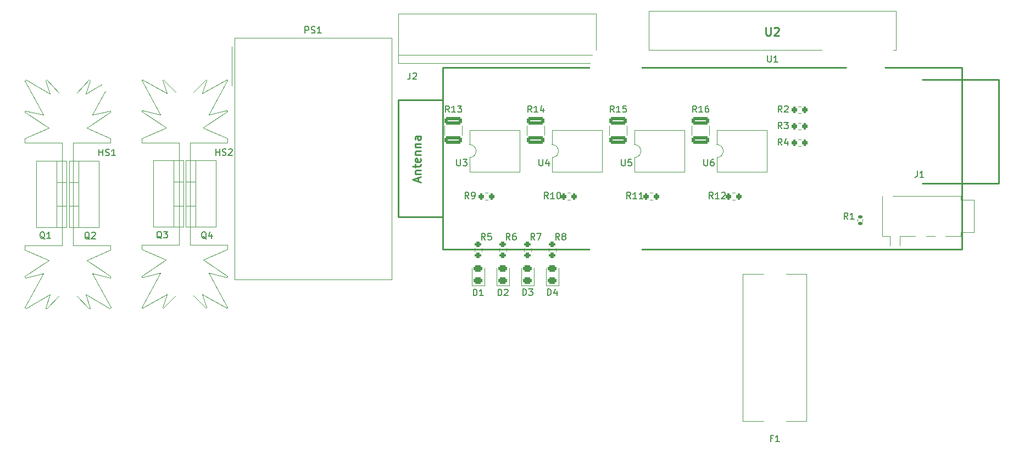
<source format=gbr>
%TF.GenerationSoftware,KiCad,Pcbnew,(7.0.0)*%
%TF.CreationDate,2024-03-10T18:27:09+01:00*%
%TF.ProjectId,bed-smart-plug,6265642d-736d-4617-9274-2d706c75672e,rev?*%
%TF.SameCoordinates,Original*%
%TF.FileFunction,Legend,Top*%
%TF.FilePolarity,Positive*%
%FSLAX46Y46*%
G04 Gerber Fmt 4.6, Leading zero omitted, Abs format (unit mm)*
G04 Created by KiCad (PCBNEW (7.0.0)) date 2024-03-10 18:27:09*
%MOMM*%
%LPD*%
G01*
G04 APERTURE LIST*
G04 Aperture macros list*
%AMRoundRect*
0 Rectangle with rounded corners*
0 $1 Rounding radius*
0 $2 $3 $4 $5 $6 $7 $8 $9 X,Y pos of 4 corners*
0 Add a 4 corners polygon primitive as box body*
4,1,4,$2,$3,$4,$5,$6,$7,$8,$9,$2,$3,0*
0 Add four circle primitives for the rounded corners*
1,1,$1+$1,$2,$3*
1,1,$1+$1,$4,$5*
1,1,$1+$1,$6,$7*
1,1,$1+$1,$8,$9*
0 Add four rect primitives between the rounded corners*
20,1,$1+$1,$2,$3,$4,$5,0*
20,1,$1+$1,$4,$5,$6,$7,0*
20,1,$1+$1,$6,$7,$8,$9,0*
20,1,$1+$1,$8,$9,$2,$3,0*%
G04 Aperture macros list end*
%ADD10C,0.150000*%
%ADD11C,0.254000*%
%ADD12C,0.120000*%
%ADD13C,0.100000*%
%ADD14RoundRect,0.243750X0.456250X-0.243750X0.456250X0.243750X-0.456250X0.243750X-0.456250X-0.243750X0*%
%ADD15R,3.000000X3.000000*%
%ADD16C,3.000000*%
%ADD17RoundRect,0.250000X1.075000X-0.312500X1.075000X0.312500X-1.075000X0.312500X-1.075000X-0.312500X0*%
%ADD18C,6.400000*%
%ADD19RoundRect,0.200000X-0.200000X-0.275000X0.200000X-0.275000X0.200000X0.275000X-0.200000X0.275000X0*%
%ADD20R,1.778000X1.778000*%
%ADD21C,1.778000*%
%ADD22C,1.500000*%
%ADD23R,1.200000X2.500000*%
%ADD24R,1.780000X2.000000*%
%ADD25R,2.000000X1.905000*%
%ADD26O,2.000000X1.905000*%
%ADD27R,2.300000X2.000000*%
%ADD28C,2.300000*%
%ADD29C,6.000000*%
%ADD30C,8.000000*%
%ADD31RoundRect,0.135000X0.185000X-0.135000X0.185000X0.135000X-0.185000X0.135000X-0.185000X-0.135000X0*%
%ADD32RoundRect,0.200000X-0.275000X0.200000X-0.275000X-0.200000X0.275000X-0.200000X0.275000X0.200000X0*%
%ADD33C,2.700000*%
G04 APERTURE END LIST*
D10*
%TO.C,D4*%
X160231905Y-95137380D02*
X160231905Y-94137380D01*
X160231905Y-94137380D02*
X160470000Y-94137380D01*
X160470000Y-94137380D02*
X160612857Y-94185000D01*
X160612857Y-94185000D02*
X160708095Y-94280238D01*
X160708095Y-94280238D02*
X160755714Y-94375476D01*
X160755714Y-94375476D02*
X160803333Y-94565952D01*
X160803333Y-94565952D02*
X160803333Y-94708809D01*
X160803333Y-94708809D02*
X160755714Y-94899285D01*
X160755714Y-94899285D02*
X160708095Y-94994523D01*
X160708095Y-94994523D02*
X160612857Y-95089761D01*
X160612857Y-95089761D02*
X160470000Y-95137380D01*
X160470000Y-95137380D02*
X160231905Y-95137380D01*
X161660476Y-94470714D02*
X161660476Y-95137380D01*
X161422381Y-94089761D02*
X161184286Y-94804047D01*
X161184286Y-94804047D02*
X161803333Y-94804047D01*
%TO.C,D1*%
X148801905Y-95169880D02*
X148801905Y-94169880D01*
X148801905Y-94169880D02*
X149040000Y-94169880D01*
X149040000Y-94169880D02*
X149182857Y-94217500D01*
X149182857Y-94217500D02*
X149278095Y-94312738D01*
X149278095Y-94312738D02*
X149325714Y-94407976D01*
X149325714Y-94407976D02*
X149373333Y-94598452D01*
X149373333Y-94598452D02*
X149373333Y-94741309D01*
X149373333Y-94741309D02*
X149325714Y-94931785D01*
X149325714Y-94931785D02*
X149278095Y-95027023D01*
X149278095Y-95027023D02*
X149182857Y-95122261D01*
X149182857Y-95122261D02*
X149040000Y-95169880D01*
X149040000Y-95169880D02*
X148801905Y-95169880D01*
X150325714Y-95169880D02*
X149754286Y-95169880D01*
X150040000Y-95169880D02*
X150040000Y-94169880D01*
X150040000Y-94169880D02*
X149944762Y-94312738D01*
X149944762Y-94312738D02*
X149849524Y-94407976D01*
X149849524Y-94407976D02*
X149754286Y-94455595D01*
%TO.C,J2*%
X139046666Y-60817380D02*
X139046666Y-61531666D01*
X139046666Y-61531666D02*
X138999047Y-61674523D01*
X138999047Y-61674523D02*
X138903809Y-61769761D01*
X138903809Y-61769761D02*
X138760952Y-61817380D01*
X138760952Y-61817380D02*
X138665714Y-61817380D01*
X139475238Y-60912619D02*
X139522857Y-60865000D01*
X139522857Y-60865000D02*
X139618095Y-60817380D01*
X139618095Y-60817380D02*
X139856190Y-60817380D01*
X139856190Y-60817380D02*
X139951428Y-60865000D01*
X139951428Y-60865000D02*
X139999047Y-60912619D01*
X139999047Y-60912619D02*
X140046666Y-61007857D01*
X140046666Y-61007857D02*
X140046666Y-61103095D01*
X140046666Y-61103095D02*
X139999047Y-61245952D01*
X139999047Y-61245952D02*
X139427619Y-61817380D01*
X139427619Y-61817380D02*
X140046666Y-61817380D01*
%TO.C,R14*%
X157787142Y-66897380D02*
X157453809Y-66421190D01*
X157215714Y-66897380D02*
X157215714Y-65897380D01*
X157215714Y-65897380D02*
X157596666Y-65897380D01*
X157596666Y-65897380D02*
X157691904Y-65945000D01*
X157691904Y-65945000D02*
X157739523Y-65992619D01*
X157739523Y-65992619D02*
X157787142Y-66087857D01*
X157787142Y-66087857D02*
X157787142Y-66230714D01*
X157787142Y-66230714D02*
X157739523Y-66325952D01*
X157739523Y-66325952D02*
X157691904Y-66373571D01*
X157691904Y-66373571D02*
X157596666Y-66421190D01*
X157596666Y-66421190D02*
X157215714Y-66421190D01*
X158739523Y-66897380D02*
X158168095Y-66897380D01*
X158453809Y-66897380D02*
X158453809Y-65897380D01*
X158453809Y-65897380D02*
X158358571Y-66040238D01*
X158358571Y-66040238D02*
X158263333Y-66135476D01*
X158263333Y-66135476D02*
X158168095Y-66183095D01*
X159596666Y-66230714D02*
X159596666Y-66897380D01*
X159358571Y-65849761D02*
X159120476Y-66564047D01*
X159120476Y-66564047D02*
X159739523Y-66564047D01*
%TO.C,*%
%TO.C,R3*%
X196363333Y-69437380D02*
X196030000Y-68961190D01*
X195791905Y-69437380D02*
X195791905Y-68437380D01*
X195791905Y-68437380D02*
X196172857Y-68437380D01*
X196172857Y-68437380D02*
X196268095Y-68485000D01*
X196268095Y-68485000D02*
X196315714Y-68532619D01*
X196315714Y-68532619D02*
X196363333Y-68627857D01*
X196363333Y-68627857D02*
X196363333Y-68770714D01*
X196363333Y-68770714D02*
X196315714Y-68865952D01*
X196315714Y-68865952D02*
X196268095Y-68913571D01*
X196268095Y-68913571D02*
X196172857Y-68961190D01*
X196172857Y-68961190D02*
X195791905Y-68961190D01*
X196696667Y-68437380D02*
X197315714Y-68437380D01*
X197315714Y-68437380D02*
X196982381Y-68818333D01*
X196982381Y-68818333D02*
X197125238Y-68818333D01*
X197125238Y-68818333D02*
X197220476Y-68865952D01*
X197220476Y-68865952D02*
X197268095Y-68913571D01*
X197268095Y-68913571D02*
X197315714Y-69008809D01*
X197315714Y-69008809D02*
X197315714Y-69246904D01*
X197315714Y-69246904D02*
X197268095Y-69342142D01*
X197268095Y-69342142D02*
X197220476Y-69389761D01*
X197220476Y-69389761D02*
X197125238Y-69437380D01*
X197125238Y-69437380D02*
X196839524Y-69437380D01*
X196839524Y-69437380D02*
X196744286Y-69389761D01*
X196744286Y-69389761D02*
X196696667Y-69342142D01*
%TO.C,U1*%
X194153095Y-58157380D02*
X194153095Y-58966904D01*
X194153095Y-58966904D02*
X194200714Y-59062142D01*
X194200714Y-59062142D02*
X194248333Y-59109761D01*
X194248333Y-59109761D02*
X194343571Y-59157380D01*
X194343571Y-59157380D02*
X194534047Y-59157380D01*
X194534047Y-59157380D02*
X194629285Y-59109761D01*
X194629285Y-59109761D02*
X194676904Y-59062142D01*
X194676904Y-59062142D02*
X194724523Y-58966904D01*
X194724523Y-58966904D02*
X194724523Y-58157380D01*
X195724523Y-59157380D02*
X195153095Y-59157380D01*
X195438809Y-59157380D02*
X195438809Y-58157380D01*
X195438809Y-58157380D02*
X195343571Y-58300238D01*
X195343571Y-58300238D02*
X195248333Y-58395476D01*
X195248333Y-58395476D02*
X195153095Y-58443095D01*
D11*
X140303716Y-77537619D02*
X140303716Y-76932857D01*
X140666573Y-77658571D02*
X139396573Y-77235238D01*
X139396573Y-77235238D02*
X140666573Y-76811904D01*
X139819907Y-76388572D02*
X140666573Y-76388572D01*
X139940859Y-76388572D02*
X139880383Y-76328095D01*
X139880383Y-76328095D02*
X139819907Y-76207143D01*
X139819907Y-76207143D02*
X139819907Y-76025714D01*
X139819907Y-76025714D02*
X139880383Y-75904762D01*
X139880383Y-75904762D02*
X140001335Y-75844286D01*
X140001335Y-75844286D02*
X140666573Y-75844286D01*
X139819907Y-75420952D02*
X139819907Y-74937143D01*
X139396573Y-75239524D02*
X140485145Y-75239524D01*
X140485145Y-75239524D02*
X140606097Y-75179047D01*
X140606097Y-75179047D02*
X140666573Y-75058095D01*
X140666573Y-75058095D02*
X140666573Y-74937143D01*
X140606097Y-74030000D02*
X140666573Y-74150952D01*
X140666573Y-74150952D02*
X140666573Y-74392857D01*
X140666573Y-74392857D02*
X140606097Y-74513810D01*
X140606097Y-74513810D02*
X140485145Y-74574286D01*
X140485145Y-74574286D02*
X140001335Y-74574286D01*
X140001335Y-74574286D02*
X139880383Y-74513810D01*
X139880383Y-74513810D02*
X139819907Y-74392857D01*
X139819907Y-74392857D02*
X139819907Y-74150952D01*
X139819907Y-74150952D02*
X139880383Y-74030000D01*
X139880383Y-74030000D02*
X140001335Y-73969524D01*
X140001335Y-73969524D02*
X140122288Y-73969524D01*
X140122288Y-73969524D02*
X140243240Y-74574286D01*
X139819907Y-73425239D02*
X140666573Y-73425239D01*
X139940859Y-73425239D02*
X139880383Y-73364762D01*
X139880383Y-73364762D02*
X139819907Y-73243810D01*
X139819907Y-73243810D02*
X139819907Y-73062381D01*
X139819907Y-73062381D02*
X139880383Y-72941429D01*
X139880383Y-72941429D02*
X140001335Y-72880953D01*
X140001335Y-72880953D02*
X140666573Y-72880953D01*
X139819907Y-72276191D02*
X140666573Y-72276191D01*
X139940859Y-72276191D02*
X139880383Y-72215714D01*
X139880383Y-72215714D02*
X139819907Y-72094762D01*
X139819907Y-72094762D02*
X139819907Y-71913333D01*
X139819907Y-71913333D02*
X139880383Y-71792381D01*
X139880383Y-71792381D02*
X140001335Y-71731905D01*
X140001335Y-71731905D02*
X140666573Y-71731905D01*
X140666573Y-70582857D02*
X140001335Y-70582857D01*
X140001335Y-70582857D02*
X139880383Y-70643333D01*
X139880383Y-70643333D02*
X139819907Y-70764285D01*
X139819907Y-70764285D02*
X139819907Y-71006190D01*
X139819907Y-71006190D02*
X139880383Y-71127143D01*
X140606097Y-70582857D02*
X140666573Y-70703809D01*
X140666573Y-70703809D02*
X140666573Y-71006190D01*
X140666573Y-71006190D02*
X140606097Y-71127143D01*
X140606097Y-71127143D02*
X140485145Y-71187619D01*
X140485145Y-71187619D02*
X140364192Y-71187619D01*
X140364192Y-71187619D02*
X140243240Y-71127143D01*
X140243240Y-71127143D02*
X140182764Y-71006190D01*
X140182764Y-71006190D02*
X140182764Y-70703809D01*
X140182764Y-70703809D02*
X140122288Y-70582857D01*
D10*
%TO.C,R9*%
X148103333Y-80232380D02*
X147770000Y-79756190D01*
X147531905Y-80232380D02*
X147531905Y-79232380D01*
X147531905Y-79232380D02*
X147912857Y-79232380D01*
X147912857Y-79232380D02*
X148008095Y-79280000D01*
X148008095Y-79280000D02*
X148055714Y-79327619D01*
X148055714Y-79327619D02*
X148103333Y-79422857D01*
X148103333Y-79422857D02*
X148103333Y-79565714D01*
X148103333Y-79565714D02*
X148055714Y-79660952D01*
X148055714Y-79660952D02*
X148008095Y-79708571D01*
X148008095Y-79708571D02*
X147912857Y-79756190D01*
X147912857Y-79756190D02*
X147531905Y-79756190D01*
X148579524Y-80232380D02*
X148770000Y-80232380D01*
X148770000Y-80232380D02*
X148865238Y-80184761D01*
X148865238Y-80184761D02*
X148912857Y-80137142D01*
X148912857Y-80137142D02*
X149008095Y-79994285D01*
X149008095Y-79994285D02*
X149055714Y-79803809D01*
X149055714Y-79803809D02*
X149055714Y-79422857D01*
X149055714Y-79422857D02*
X149008095Y-79327619D01*
X149008095Y-79327619D02*
X148960476Y-79280000D01*
X148960476Y-79280000D02*
X148865238Y-79232380D01*
X148865238Y-79232380D02*
X148674762Y-79232380D01*
X148674762Y-79232380D02*
X148579524Y-79280000D01*
X148579524Y-79280000D02*
X148531905Y-79327619D01*
X148531905Y-79327619D02*
X148484286Y-79422857D01*
X148484286Y-79422857D02*
X148484286Y-79660952D01*
X148484286Y-79660952D02*
X148531905Y-79756190D01*
X148531905Y-79756190D02*
X148579524Y-79803809D01*
X148579524Y-79803809D02*
X148674762Y-79851428D01*
X148674762Y-79851428D02*
X148865238Y-79851428D01*
X148865238Y-79851428D02*
X148960476Y-79803809D01*
X148960476Y-79803809D02*
X149008095Y-79756190D01*
X149008095Y-79756190D02*
X149055714Y-79660952D01*
%TO.C,D3*%
X156421905Y-95137380D02*
X156421905Y-94137380D01*
X156421905Y-94137380D02*
X156660000Y-94137380D01*
X156660000Y-94137380D02*
X156802857Y-94185000D01*
X156802857Y-94185000D02*
X156898095Y-94280238D01*
X156898095Y-94280238D02*
X156945714Y-94375476D01*
X156945714Y-94375476D02*
X156993333Y-94565952D01*
X156993333Y-94565952D02*
X156993333Y-94708809D01*
X156993333Y-94708809D02*
X156945714Y-94899285D01*
X156945714Y-94899285D02*
X156898095Y-94994523D01*
X156898095Y-94994523D02*
X156802857Y-95089761D01*
X156802857Y-95089761D02*
X156660000Y-95137380D01*
X156660000Y-95137380D02*
X156421905Y-95137380D01*
X157326667Y-94137380D02*
X157945714Y-94137380D01*
X157945714Y-94137380D02*
X157612381Y-94518333D01*
X157612381Y-94518333D02*
X157755238Y-94518333D01*
X157755238Y-94518333D02*
X157850476Y-94565952D01*
X157850476Y-94565952D02*
X157898095Y-94613571D01*
X157898095Y-94613571D02*
X157945714Y-94708809D01*
X157945714Y-94708809D02*
X157945714Y-94946904D01*
X157945714Y-94946904D02*
X157898095Y-95042142D01*
X157898095Y-95042142D02*
X157850476Y-95089761D01*
X157850476Y-95089761D02*
X157755238Y-95137380D01*
X157755238Y-95137380D02*
X157469524Y-95137380D01*
X157469524Y-95137380D02*
X157374286Y-95089761D01*
X157374286Y-95089761D02*
X157326667Y-95042142D01*
%TO.C,R15*%
X170487142Y-66897380D02*
X170153809Y-66421190D01*
X169915714Y-66897380D02*
X169915714Y-65897380D01*
X169915714Y-65897380D02*
X170296666Y-65897380D01*
X170296666Y-65897380D02*
X170391904Y-65945000D01*
X170391904Y-65945000D02*
X170439523Y-65992619D01*
X170439523Y-65992619D02*
X170487142Y-66087857D01*
X170487142Y-66087857D02*
X170487142Y-66230714D01*
X170487142Y-66230714D02*
X170439523Y-66325952D01*
X170439523Y-66325952D02*
X170391904Y-66373571D01*
X170391904Y-66373571D02*
X170296666Y-66421190D01*
X170296666Y-66421190D02*
X169915714Y-66421190D01*
X171439523Y-66897380D02*
X170868095Y-66897380D01*
X171153809Y-66897380D02*
X171153809Y-65897380D01*
X171153809Y-65897380D02*
X171058571Y-66040238D01*
X171058571Y-66040238D02*
X170963333Y-66135476D01*
X170963333Y-66135476D02*
X170868095Y-66183095D01*
X172344285Y-65897380D02*
X171868095Y-65897380D01*
X171868095Y-65897380D02*
X171820476Y-66373571D01*
X171820476Y-66373571D02*
X171868095Y-66325952D01*
X171868095Y-66325952D02*
X171963333Y-66278333D01*
X171963333Y-66278333D02*
X172201428Y-66278333D01*
X172201428Y-66278333D02*
X172296666Y-66325952D01*
X172296666Y-66325952D02*
X172344285Y-66373571D01*
X172344285Y-66373571D02*
X172391904Y-66468809D01*
X172391904Y-66468809D02*
X172391904Y-66706904D01*
X172391904Y-66706904D02*
X172344285Y-66802142D01*
X172344285Y-66802142D02*
X172296666Y-66849761D01*
X172296666Y-66849761D02*
X172201428Y-66897380D01*
X172201428Y-66897380D02*
X171963333Y-66897380D01*
X171963333Y-66897380D02*
X171868095Y-66849761D01*
X171868095Y-66849761D02*
X171820476Y-66802142D01*
%TO.C,R10*%
X160327142Y-80232380D02*
X159993809Y-79756190D01*
X159755714Y-80232380D02*
X159755714Y-79232380D01*
X159755714Y-79232380D02*
X160136666Y-79232380D01*
X160136666Y-79232380D02*
X160231904Y-79280000D01*
X160231904Y-79280000D02*
X160279523Y-79327619D01*
X160279523Y-79327619D02*
X160327142Y-79422857D01*
X160327142Y-79422857D02*
X160327142Y-79565714D01*
X160327142Y-79565714D02*
X160279523Y-79660952D01*
X160279523Y-79660952D02*
X160231904Y-79708571D01*
X160231904Y-79708571D02*
X160136666Y-79756190D01*
X160136666Y-79756190D02*
X159755714Y-79756190D01*
X161279523Y-80232380D02*
X160708095Y-80232380D01*
X160993809Y-80232380D02*
X160993809Y-79232380D01*
X160993809Y-79232380D02*
X160898571Y-79375238D01*
X160898571Y-79375238D02*
X160803333Y-79470476D01*
X160803333Y-79470476D02*
X160708095Y-79518095D01*
X161898571Y-79232380D02*
X161993809Y-79232380D01*
X161993809Y-79232380D02*
X162089047Y-79280000D01*
X162089047Y-79280000D02*
X162136666Y-79327619D01*
X162136666Y-79327619D02*
X162184285Y-79422857D01*
X162184285Y-79422857D02*
X162231904Y-79613333D01*
X162231904Y-79613333D02*
X162231904Y-79851428D01*
X162231904Y-79851428D02*
X162184285Y-80041904D01*
X162184285Y-80041904D02*
X162136666Y-80137142D01*
X162136666Y-80137142D02*
X162089047Y-80184761D01*
X162089047Y-80184761D02*
X161993809Y-80232380D01*
X161993809Y-80232380D02*
X161898571Y-80232380D01*
X161898571Y-80232380D02*
X161803333Y-80184761D01*
X161803333Y-80184761D02*
X161755714Y-80137142D01*
X161755714Y-80137142D02*
X161708095Y-80041904D01*
X161708095Y-80041904D02*
X161660476Y-79851428D01*
X161660476Y-79851428D02*
X161660476Y-79613333D01*
X161660476Y-79613333D02*
X161708095Y-79422857D01*
X161708095Y-79422857D02*
X161755714Y-79327619D01*
X161755714Y-79327619D02*
X161803333Y-79280000D01*
X161803333Y-79280000D02*
X161898571Y-79232380D01*
%TO.C,J1*%
X217204666Y-75937380D02*
X217204666Y-76651666D01*
X217204666Y-76651666D02*
X217157047Y-76794523D01*
X217157047Y-76794523D02*
X217061809Y-76889761D01*
X217061809Y-76889761D02*
X216918952Y-76937380D01*
X216918952Y-76937380D02*
X216823714Y-76937380D01*
X218204666Y-76937380D02*
X217633238Y-76937380D01*
X217918952Y-76937380D02*
X217918952Y-75937380D01*
X217918952Y-75937380D02*
X217823714Y-76080238D01*
X217823714Y-76080238D02*
X217728476Y-76175476D01*
X217728476Y-76175476D02*
X217633238Y-76223095D01*
%TO.C,*%
%TO.C,U5*%
X171638095Y-74152380D02*
X171638095Y-74961904D01*
X171638095Y-74961904D02*
X171685714Y-75057142D01*
X171685714Y-75057142D02*
X171733333Y-75104761D01*
X171733333Y-75104761D02*
X171828571Y-75152380D01*
X171828571Y-75152380D02*
X172019047Y-75152380D01*
X172019047Y-75152380D02*
X172114285Y-75104761D01*
X172114285Y-75104761D02*
X172161904Y-75057142D01*
X172161904Y-75057142D02*
X172209523Y-74961904D01*
X172209523Y-74961904D02*
X172209523Y-74152380D01*
X173161904Y-74152380D02*
X172685714Y-74152380D01*
X172685714Y-74152380D02*
X172638095Y-74628571D01*
X172638095Y-74628571D02*
X172685714Y-74580952D01*
X172685714Y-74580952D02*
X172780952Y-74533333D01*
X172780952Y-74533333D02*
X173019047Y-74533333D01*
X173019047Y-74533333D02*
X173114285Y-74580952D01*
X173114285Y-74580952D02*
X173161904Y-74628571D01*
X173161904Y-74628571D02*
X173209523Y-74723809D01*
X173209523Y-74723809D02*
X173209523Y-74961904D01*
X173209523Y-74961904D02*
X173161904Y-75057142D01*
X173161904Y-75057142D02*
X173114285Y-75104761D01*
X173114285Y-75104761D02*
X173019047Y-75152380D01*
X173019047Y-75152380D02*
X172780952Y-75152380D01*
X172780952Y-75152380D02*
X172685714Y-75104761D01*
X172685714Y-75104761D02*
X172638095Y-75057142D01*
D11*
%TO.C,U2*%
X193892380Y-53806573D02*
X193892380Y-54834669D01*
X193892380Y-54834669D02*
X193952857Y-54955621D01*
X193952857Y-54955621D02*
X194013333Y-55016097D01*
X194013333Y-55016097D02*
X194134285Y-55076573D01*
X194134285Y-55076573D02*
X194376190Y-55076573D01*
X194376190Y-55076573D02*
X194497142Y-55016097D01*
X194497142Y-55016097D02*
X194557619Y-54955621D01*
X194557619Y-54955621D02*
X194618095Y-54834669D01*
X194618095Y-54834669D02*
X194618095Y-53806573D01*
X195162380Y-53927526D02*
X195222856Y-53867050D01*
X195222856Y-53867050D02*
X195343809Y-53806573D01*
X195343809Y-53806573D02*
X195646190Y-53806573D01*
X195646190Y-53806573D02*
X195767142Y-53867050D01*
X195767142Y-53867050D02*
X195827618Y-53927526D01*
X195827618Y-53927526D02*
X195888095Y-54048478D01*
X195888095Y-54048478D02*
X195888095Y-54169430D01*
X195888095Y-54169430D02*
X195827618Y-54350859D01*
X195827618Y-54350859D02*
X195101904Y-55076573D01*
X195101904Y-55076573D02*
X195888095Y-55076573D01*
D10*
%TO.C,D2*%
X152611905Y-95169880D02*
X152611905Y-94169880D01*
X152611905Y-94169880D02*
X152850000Y-94169880D01*
X152850000Y-94169880D02*
X152992857Y-94217500D01*
X152992857Y-94217500D02*
X153088095Y-94312738D01*
X153088095Y-94312738D02*
X153135714Y-94407976D01*
X153135714Y-94407976D02*
X153183333Y-94598452D01*
X153183333Y-94598452D02*
X153183333Y-94741309D01*
X153183333Y-94741309D02*
X153135714Y-94931785D01*
X153135714Y-94931785D02*
X153088095Y-95027023D01*
X153088095Y-95027023D02*
X152992857Y-95122261D01*
X152992857Y-95122261D02*
X152850000Y-95169880D01*
X152850000Y-95169880D02*
X152611905Y-95169880D01*
X153564286Y-94265119D02*
X153611905Y-94217500D01*
X153611905Y-94217500D02*
X153707143Y-94169880D01*
X153707143Y-94169880D02*
X153945238Y-94169880D01*
X153945238Y-94169880D02*
X154040476Y-94217500D01*
X154040476Y-94217500D02*
X154088095Y-94265119D01*
X154088095Y-94265119D02*
X154135714Y-94360357D01*
X154135714Y-94360357D02*
X154135714Y-94455595D01*
X154135714Y-94455595D02*
X154088095Y-94598452D01*
X154088095Y-94598452D02*
X153516667Y-95169880D01*
X153516667Y-95169880D02*
X154135714Y-95169880D01*
%TO.C,Q3*%
X100754761Y-86372619D02*
X100659523Y-86325000D01*
X100659523Y-86325000D02*
X100564285Y-86229761D01*
X100564285Y-86229761D02*
X100421428Y-86086904D01*
X100421428Y-86086904D02*
X100326190Y-86039285D01*
X100326190Y-86039285D02*
X100230952Y-86039285D01*
X100278571Y-86277380D02*
X100183333Y-86229761D01*
X100183333Y-86229761D02*
X100088095Y-86134523D01*
X100088095Y-86134523D02*
X100040476Y-85944047D01*
X100040476Y-85944047D02*
X100040476Y-85610714D01*
X100040476Y-85610714D02*
X100088095Y-85420238D01*
X100088095Y-85420238D02*
X100183333Y-85325000D01*
X100183333Y-85325000D02*
X100278571Y-85277380D01*
X100278571Y-85277380D02*
X100469047Y-85277380D01*
X100469047Y-85277380D02*
X100564285Y-85325000D01*
X100564285Y-85325000D02*
X100659523Y-85420238D01*
X100659523Y-85420238D02*
X100707142Y-85610714D01*
X100707142Y-85610714D02*
X100707142Y-85944047D01*
X100707142Y-85944047D02*
X100659523Y-86134523D01*
X100659523Y-86134523D02*
X100564285Y-86229761D01*
X100564285Y-86229761D02*
X100469047Y-86277380D01*
X100469047Y-86277380D02*
X100278571Y-86277380D01*
X101040476Y-85277380D02*
X101659523Y-85277380D01*
X101659523Y-85277380D02*
X101326190Y-85658333D01*
X101326190Y-85658333D02*
X101469047Y-85658333D01*
X101469047Y-85658333D02*
X101564285Y-85705952D01*
X101564285Y-85705952D02*
X101611904Y-85753571D01*
X101611904Y-85753571D02*
X101659523Y-85848809D01*
X101659523Y-85848809D02*
X101659523Y-86086904D01*
X101659523Y-86086904D02*
X101611904Y-86182142D01*
X101611904Y-86182142D02*
X101564285Y-86229761D01*
X101564285Y-86229761D02*
X101469047Y-86277380D01*
X101469047Y-86277380D02*
X101183333Y-86277380D01*
X101183333Y-86277380D02*
X101088095Y-86229761D01*
X101088095Y-86229761D02*
X101040476Y-86182142D01*
%TO.C,R11*%
X173027142Y-80232380D02*
X172693809Y-79756190D01*
X172455714Y-80232380D02*
X172455714Y-79232380D01*
X172455714Y-79232380D02*
X172836666Y-79232380D01*
X172836666Y-79232380D02*
X172931904Y-79280000D01*
X172931904Y-79280000D02*
X172979523Y-79327619D01*
X172979523Y-79327619D02*
X173027142Y-79422857D01*
X173027142Y-79422857D02*
X173027142Y-79565714D01*
X173027142Y-79565714D02*
X172979523Y-79660952D01*
X172979523Y-79660952D02*
X172931904Y-79708571D01*
X172931904Y-79708571D02*
X172836666Y-79756190D01*
X172836666Y-79756190D02*
X172455714Y-79756190D01*
X173979523Y-80232380D02*
X173408095Y-80232380D01*
X173693809Y-80232380D02*
X173693809Y-79232380D01*
X173693809Y-79232380D02*
X173598571Y-79375238D01*
X173598571Y-79375238D02*
X173503333Y-79470476D01*
X173503333Y-79470476D02*
X173408095Y-79518095D01*
X174931904Y-80232380D02*
X174360476Y-80232380D01*
X174646190Y-80232380D02*
X174646190Y-79232380D01*
X174646190Y-79232380D02*
X174550952Y-79375238D01*
X174550952Y-79375238D02*
X174455714Y-79470476D01*
X174455714Y-79470476D02*
X174360476Y-79518095D01*
%TO.C,Q4*%
X107654761Y-86422619D02*
X107559523Y-86375000D01*
X107559523Y-86375000D02*
X107464285Y-86279761D01*
X107464285Y-86279761D02*
X107321428Y-86136904D01*
X107321428Y-86136904D02*
X107226190Y-86089285D01*
X107226190Y-86089285D02*
X107130952Y-86089285D01*
X107178571Y-86327380D02*
X107083333Y-86279761D01*
X107083333Y-86279761D02*
X106988095Y-86184523D01*
X106988095Y-86184523D02*
X106940476Y-85994047D01*
X106940476Y-85994047D02*
X106940476Y-85660714D01*
X106940476Y-85660714D02*
X106988095Y-85470238D01*
X106988095Y-85470238D02*
X107083333Y-85375000D01*
X107083333Y-85375000D02*
X107178571Y-85327380D01*
X107178571Y-85327380D02*
X107369047Y-85327380D01*
X107369047Y-85327380D02*
X107464285Y-85375000D01*
X107464285Y-85375000D02*
X107559523Y-85470238D01*
X107559523Y-85470238D02*
X107607142Y-85660714D01*
X107607142Y-85660714D02*
X107607142Y-85994047D01*
X107607142Y-85994047D02*
X107559523Y-86184523D01*
X107559523Y-86184523D02*
X107464285Y-86279761D01*
X107464285Y-86279761D02*
X107369047Y-86327380D01*
X107369047Y-86327380D02*
X107178571Y-86327380D01*
X108464285Y-85660714D02*
X108464285Y-86327380D01*
X108226190Y-85279761D02*
X107988095Y-85994047D01*
X107988095Y-85994047D02*
X108607142Y-85994047D01*
%TO.C,Q2*%
X89649761Y-86482619D02*
X89554523Y-86435000D01*
X89554523Y-86435000D02*
X89459285Y-86339761D01*
X89459285Y-86339761D02*
X89316428Y-86196904D01*
X89316428Y-86196904D02*
X89221190Y-86149285D01*
X89221190Y-86149285D02*
X89125952Y-86149285D01*
X89173571Y-86387380D02*
X89078333Y-86339761D01*
X89078333Y-86339761D02*
X88983095Y-86244523D01*
X88983095Y-86244523D02*
X88935476Y-86054047D01*
X88935476Y-86054047D02*
X88935476Y-85720714D01*
X88935476Y-85720714D02*
X88983095Y-85530238D01*
X88983095Y-85530238D02*
X89078333Y-85435000D01*
X89078333Y-85435000D02*
X89173571Y-85387380D01*
X89173571Y-85387380D02*
X89364047Y-85387380D01*
X89364047Y-85387380D02*
X89459285Y-85435000D01*
X89459285Y-85435000D02*
X89554523Y-85530238D01*
X89554523Y-85530238D02*
X89602142Y-85720714D01*
X89602142Y-85720714D02*
X89602142Y-86054047D01*
X89602142Y-86054047D02*
X89554523Y-86244523D01*
X89554523Y-86244523D02*
X89459285Y-86339761D01*
X89459285Y-86339761D02*
X89364047Y-86387380D01*
X89364047Y-86387380D02*
X89173571Y-86387380D01*
X89983095Y-85482619D02*
X90030714Y-85435000D01*
X90030714Y-85435000D02*
X90125952Y-85387380D01*
X90125952Y-85387380D02*
X90364047Y-85387380D01*
X90364047Y-85387380D02*
X90459285Y-85435000D01*
X90459285Y-85435000D02*
X90506904Y-85482619D01*
X90506904Y-85482619D02*
X90554523Y-85577857D01*
X90554523Y-85577857D02*
X90554523Y-85673095D01*
X90554523Y-85673095D02*
X90506904Y-85815952D01*
X90506904Y-85815952D02*
X89935476Y-86387380D01*
X89935476Y-86387380D02*
X90554523Y-86387380D01*
%TO.C,R4*%
X196363333Y-71977380D02*
X196030000Y-71501190D01*
X195791905Y-71977380D02*
X195791905Y-70977380D01*
X195791905Y-70977380D02*
X196172857Y-70977380D01*
X196172857Y-70977380D02*
X196268095Y-71025000D01*
X196268095Y-71025000D02*
X196315714Y-71072619D01*
X196315714Y-71072619D02*
X196363333Y-71167857D01*
X196363333Y-71167857D02*
X196363333Y-71310714D01*
X196363333Y-71310714D02*
X196315714Y-71405952D01*
X196315714Y-71405952D02*
X196268095Y-71453571D01*
X196268095Y-71453571D02*
X196172857Y-71501190D01*
X196172857Y-71501190D02*
X195791905Y-71501190D01*
X197220476Y-71310714D02*
X197220476Y-71977380D01*
X196982381Y-70929761D02*
X196744286Y-71644047D01*
X196744286Y-71644047D02*
X197363333Y-71644047D01*
%TO.C,PS1*%
X122875714Y-54687380D02*
X122875714Y-53687380D01*
X122875714Y-53687380D02*
X123256666Y-53687380D01*
X123256666Y-53687380D02*
X123351904Y-53735000D01*
X123351904Y-53735000D02*
X123399523Y-53782619D01*
X123399523Y-53782619D02*
X123447142Y-53877857D01*
X123447142Y-53877857D02*
X123447142Y-54020714D01*
X123447142Y-54020714D02*
X123399523Y-54115952D01*
X123399523Y-54115952D02*
X123351904Y-54163571D01*
X123351904Y-54163571D02*
X123256666Y-54211190D01*
X123256666Y-54211190D02*
X122875714Y-54211190D01*
X123828095Y-54639761D02*
X123970952Y-54687380D01*
X123970952Y-54687380D02*
X124209047Y-54687380D01*
X124209047Y-54687380D02*
X124304285Y-54639761D01*
X124304285Y-54639761D02*
X124351904Y-54592142D01*
X124351904Y-54592142D02*
X124399523Y-54496904D01*
X124399523Y-54496904D02*
X124399523Y-54401666D01*
X124399523Y-54401666D02*
X124351904Y-54306428D01*
X124351904Y-54306428D02*
X124304285Y-54258809D01*
X124304285Y-54258809D02*
X124209047Y-54211190D01*
X124209047Y-54211190D02*
X124018571Y-54163571D01*
X124018571Y-54163571D02*
X123923333Y-54115952D01*
X123923333Y-54115952D02*
X123875714Y-54068333D01*
X123875714Y-54068333D02*
X123828095Y-53973095D01*
X123828095Y-53973095D02*
X123828095Y-53877857D01*
X123828095Y-53877857D02*
X123875714Y-53782619D01*
X123875714Y-53782619D02*
X123923333Y-53735000D01*
X123923333Y-53735000D02*
X124018571Y-53687380D01*
X124018571Y-53687380D02*
X124256666Y-53687380D01*
X124256666Y-53687380D02*
X124399523Y-53735000D01*
X125351904Y-54687380D02*
X124780476Y-54687380D01*
X125066190Y-54687380D02*
X125066190Y-53687380D01*
X125066190Y-53687380D02*
X124970952Y-53830238D01*
X124970952Y-53830238D02*
X124875714Y-53925476D01*
X124875714Y-53925476D02*
X124780476Y-53973095D01*
%TO.C,R16*%
X183187142Y-66897380D02*
X182853809Y-66421190D01*
X182615714Y-66897380D02*
X182615714Y-65897380D01*
X182615714Y-65897380D02*
X182996666Y-65897380D01*
X182996666Y-65897380D02*
X183091904Y-65945000D01*
X183091904Y-65945000D02*
X183139523Y-65992619D01*
X183139523Y-65992619D02*
X183187142Y-66087857D01*
X183187142Y-66087857D02*
X183187142Y-66230714D01*
X183187142Y-66230714D02*
X183139523Y-66325952D01*
X183139523Y-66325952D02*
X183091904Y-66373571D01*
X183091904Y-66373571D02*
X182996666Y-66421190D01*
X182996666Y-66421190D02*
X182615714Y-66421190D01*
X184139523Y-66897380D02*
X183568095Y-66897380D01*
X183853809Y-66897380D02*
X183853809Y-65897380D01*
X183853809Y-65897380D02*
X183758571Y-66040238D01*
X183758571Y-66040238D02*
X183663333Y-66135476D01*
X183663333Y-66135476D02*
X183568095Y-66183095D01*
X184996666Y-65897380D02*
X184806190Y-65897380D01*
X184806190Y-65897380D02*
X184710952Y-65945000D01*
X184710952Y-65945000D02*
X184663333Y-65992619D01*
X184663333Y-65992619D02*
X184568095Y-66135476D01*
X184568095Y-66135476D02*
X184520476Y-66325952D01*
X184520476Y-66325952D02*
X184520476Y-66706904D01*
X184520476Y-66706904D02*
X184568095Y-66802142D01*
X184568095Y-66802142D02*
X184615714Y-66849761D01*
X184615714Y-66849761D02*
X184710952Y-66897380D01*
X184710952Y-66897380D02*
X184901428Y-66897380D01*
X184901428Y-66897380D02*
X184996666Y-66849761D01*
X184996666Y-66849761D02*
X185044285Y-66802142D01*
X185044285Y-66802142D02*
X185091904Y-66706904D01*
X185091904Y-66706904D02*
X185091904Y-66468809D01*
X185091904Y-66468809D02*
X185044285Y-66373571D01*
X185044285Y-66373571D02*
X184996666Y-66325952D01*
X184996666Y-66325952D02*
X184901428Y-66278333D01*
X184901428Y-66278333D02*
X184710952Y-66278333D01*
X184710952Y-66278333D02*
X184615714Y-66325952D01*
X184615714Y-66325952D02*
X184568095Y-66373571D01*
X184568095Y-66373571D02*
X184520476Y-66468809D01*
%TO.C,U6*%
X184338095Y-74152380D02*
X184338095Y-74961904D01*
X184338095Y-74961904D02*
X184385714Y-75057142D01*
X184385714Y-75057142D02*
X184433333Y-75104761D01*
X184433333Y-75104761D02*
X184528571Y-75152380D01*
X184528571Y-75152380D02*
X184719047Y-75152380D01*
X184719047Y-75152380D02*
X184814285Y-75104761D01*
X184814285Y-75104761D02*
X184861904Y-75057142D01*
X184861904Y-75057142D02*
X184909523Y-74961904D01*
X184909523Y-74961904D02*
X184909523Y-74152380D01*
X185814285Y-74152380D02*
X185623809Y-74152380D01*
X185623809Y-74152380D02*
X185528571Y-74200000D01*
X185528571Y-74200000D02*
X185480952Y-74247619D01*
X185480952Y-74247619D02*
X185385714Y-74390476D01*
X185385714Y-74390476D02*
X185338095Y-74580952D01*
X185338095Y-74580952D02*
X185338095Y-74961904D01*
X185338095Y-74961904D02*
X185385714Y-75057142D01*
X185385714Y-75057142D02*
X185433333Y-75104761D01*
X185433333Y-75104761D02*
X185528571Y-75152380D01*
X185528571Y-75152380D02*
X185719047Y-75152380D01*
X185719047Y-75152380D02*
X185814285Y-75104761D01*
X185814285Y-75104761D02*
X185861904Y-75057142D01*
X185861904Y-75057142D02*
X185909523Y-74961904D01*
X185909523Y-74961904D02*
X185909523Y-74723809D01*
X185909523Y-74723809D02*
X185861904Y-74628571D01*
X185861904Y-74628571D02*
X185814285Y-74580952D01*
X185814285Y-74580952D02*
X185719047Y-74533333D01*
X185719047Y-74533333D02*
X185528571Y-74533333D01*
X185528571Y-74533333D02*
X185433333Y-74580952D01*
X185433333Y-74580952D02*
X185385714Y-74628571D01*
X185385714Y-74628571D02*
X185338095Y-74723809D01*
%TO.C,HS1*%
X91106905Y-73587380D02*
X91106905Y-72587380D01*
X91106905Y-73063571D02*
X91678333Y-73063571D01*
X91678333Y-73587380D02*
X91678333Y-72587380D01*
X92106905Y-73539761D02*
X92249762Y-73587380D01*
X92249762Y-73587380D02*
X92487857Y-73587380D01*
X92487857Y-73587380D02*
X92583095Y-73539761D01*
X92583095Y-73539761D02*
X92630714Y-73492142D01*
X92630714Y-73492142D02*
X92678333Y-73396904D01*
X92678333Y-73396904D02*
X92678333Y-73301666D01*
X92678333Y-73301666D02*
X92630714Y-73206428D01*
X92630714Y-73206428D02*
X92583095Y-73158809D01*
X92583095Y-73158809D02*
X92487857Y-73111190D01*
X92487857Y-73111190D02*
X92297381Y-73063571D01*
X92297381Y-73063571D02*
X92202143Y-73015952D01*
X92202143Y-73015952D02*
X92154524Y-72968333D01*
X92154524Y-72968333D02*
X92106905Y-72873095D01*
X92106905Y-72873095D02*
X92106905Y-72777857D01*
X92106905Y-72777857D02*
X92154524Y-72682619D01*
X92154524Y-72682619D02*
X92202143Y-72635000D01*
X92202143Y-72635000D02*
X92297381Y-72587380D01*
X92297381Y-72587380D02*
X92535476Y-72587380D01*
X92535476Y-72587380D02*
X92678333Y-72635000D01*
X93630714Y-73587380D02*
X93059286Y-73587380D01*
X93345000Y-73587380D02*
X93345000Y-72587380D01*
X93345000Y-72587380D02*
X93249762Y-72730238D01*
X93249762Y-72730238D02*
X93154524Y-72825476D01*
X93154524Y-72825476D02*
X93059286Y-72873095D01*
%TO.C,*%
%TO.C,R1*%
X206523333Y-83407380D02*
X206190000Y-82931190D01*
X205951905Y-83407380D02*
X205951905Y-82407380D01*
X205951905Y-82407380D02*
X206332857Y-82407380D01*
X206332857Y-82407380D02*
X206428095Y-82455000D01*
X206428095Y-82455000D02*
X206475714Y-82502619D01*
X206475714Y-82502619D02*
X206523333Y-82597857D01*
X206523333Y-82597857D02*
X206523333Y-82740714D01*
X206523333Y-82740714D02*
X206475714Y-82835952D01*
X206475714Y-82835952D02*
X206428095Y-82883571D01*
X206428095Y-82883571D02*
X206332857Y-82931190D01*
X206332857Y-82931190D02*
X205951905Y-82931190D01*
X207475714Y-83407380D02*
X206904286Y-83407380D01*
X207190000Y-83407380D02*
X207190000Y-82407380D01*
X207190000Y-82407380D02*
X207094762Y-82550238D01*
X207094762Y-82550238D02*
X206999524Y-82645476D01*
X206999524Y-82645476D02*
X206904286Y-82693095D01*
%TO.C,R2*%
X196363333Y-66897380D02*
X196030000Y-66421190D01*
X195791905Y-66897380D02*
X195791905Y-65897380D01*
X195791905Y-65897380D02*
X196172857Y-65897380D01*
X196172857Y-65897380D02*
X196268095Y-65945000D01*
X196268095Y-65945000D02*
X196315714Y-65992619D01*
X196315714Y-65992619D02*
X196363333Y-66087857D01*
X196363333Y-66087857D02*
X196363333Y-66230714D01*
X196363333Y-66230714D02*
X196315714Y-66325952D01*
X196315714Y-66325952D02*
X196268095Y-66373571D01*
X196268095Y-66373571D02*
X196172857Y-66421190D01*
X196172857Y-66421190D02*
X195791905Y-66421190D01*
X196744286Y-65992619D02*
X196791905Y-65945000D01*
X196791905Y-65945000D02*
X196887143Y-65897380D01*
X196887143Y-65897380D02*
X197125238Y-65897380D01*
X197125238Y-65897380D02*
X197220476Y-65945000D01*
X197220476Y-65945000D02*
X197268095Y-65992619D01*
X197268095Y-65992619D02*
X197315714Y-66087857D01*
X197315714Y-66087857D02*
X197315714Y-66183095D01*
X197315714Y-66183095D02*
X197268095Y-66325952D01*
X197268095Y-66325952D02*
X196696667Y-66897380D01*
X196696667Y-66897380D02*
X197315714Y-66897380D01*
%TO.C,R13*%
X145087142Y-66897380D02*
X144753809Y-66421190D01*
X144515714Y-66897380D02*
X144515714Y-65897380D01*
X144515714Y-65897380D02*
X144896666Y-65897380D01*
X144896666Y-65897380D02*
X144991904Y-65945000D01*
X144991904Y-65945000D02*
X145039523Y-65992619D01*
X145039523Y-65992619D02*
X145087142Y-66087857D01*
X145087142Y-66087857D02*
X145087142Y-66230714D01*
X145087142Y-66230714D02*
X145039523Y-66325952D01*
X145039523Y-66325952D02*
X144991904Y-66373571D01*
X144991904Y-66373571D02*
X144896666Y-66421190D01*
X144896666Y-66421190D02*
X144515714Y-66421190D01*
X146039523Y-66897380D02*
X145468095Y-66897380D01*
X145753809Y-66897380D02*
X145753809Y-65897380D01*
X145753809Y-65897380D02*
X145658571Y-66040238D01*
X145658571Y-66040238D02*
X145563333Y-66135476D01*
X145563333Y-66135476D02*
X145468095Y-66183095D01*
X146372857Y-65897380D02*
X146991904Y-65897380D01*
X146991904Y-65897380D02*
X146658571Y-66278333D01*
X146658571Y-66278333D02*
X146801428Y-66278333D01*
X146801428Y-66278333D02*
X146896666Y-66325952D01*
X146896666Y-66325952D02*
X146944285Y-66373571D01*
X146944285Y-66373571D02*
X146991904Y-66468809D01*
X146991904Y-66468809D02*
X146991904Y-66706904D01*
X146991904Y-66706904D02*
X146944285Y-66802142D01*
X146944285Y-66802142D02*
X146896666Y-66849761D01*
X146896666Y-66849761D02*
X146801428Y-66897380D01*
X146801428Y-66897380D02*
X146515714Y-66897380D01*
X146515714Y-66897380D02*
X146420476Y-66849761D01*
X146420476Y-66849761D02*
X146372857Y-66802142D01*
%TO.C,R8*%
X162073333Y-86582380D02*
X161740000Y-86106190D01*
X161501905Y-86582380D02*
X161501905Y-85582380D01*
X161501905Y-85582380D02*
X161882857Y-85582380D01*
X161882857Y-85582380D02*
X161978095Y-85630000D01*
X161978095Y-85630000D02*
X162025714Y-85677619D01*
X162025714Y-85677619D02*
X162073333Y-85772857D01*
X162073333Y-85772857D02*
X162073333Y-85915714D01*
X162073333Y-85915714D02*
X162025714Y-86010952D01*
X162025714Y-86010952D02*
X161978095Y-86058571D01*
X161978095Y-86058571D02*
X161882857Y-86106190D01*
X161882857Y-86106190D02*
X161501905Y-86106190D01*
X162644762Y-86010952D02*
X162549524Y-85963333D01*
X162549524Y-85963333D02*
X162501905Y-85915714D01*
X162501905Y-85915714D02*
X162454286Y-85820476D01*
X162454286Y-85820476D02*
X162454286Y-85772857D01*
X162454286Y-85772857D02*
X162501905Y-85677619D01*
X162501905Y-85677619D02*
X162549524Y-85630000D01*
X162549524Y-85630000D02*
X162644762Y-85582380D01*
X162644762Y-85582380D02*
X162835238Y-85582380D01*
X162835238Y-85582380D02*
X162930476Y-85630000D01*
X162930476Y-85630000D02*
X162978095Y-85677619D01*
X162978095Y-85677619D02*
X163025714Y-85772857D01*
X163025714Y-85772857D02*
X163025714Y-85820476D01*
X163025714Y-85820476D02*
X162978095Y-85915714D01*
X162978095Y-85915714D02*
X162930476Y-85963333D01*
X162930476Y-85963333D02*
X162835238Y-86010952D01*
X162835238Y-86010952D02*
X162644762Y-86010952D01*
X162644762Y-86010952D02*
X162549524Y-86058571D01*
X162549524Y-86058571D02*
X162501905Y-86106190D01*
X162501905Y-86106190D02*
X162454286Y-86201428D01*
X162454286Y-86201428D02*
X162454286Y-86391904D01*
X162454286Y-86391904D02*
X162501905Y-86487142D01*
X162501905Y-86487142D02*
X162549524Y-86534761D01*
X162549524Y-86534761D02*
X162644762Y-86582380D01*
X162644762Y-86582380D02*
X162835238Y-86582380D01*
X162835238Y-86582380D02*
X162930476Y-86534761D01*
X162930476Y-86534761D02*
X162978095Y-86487142D01*
X162978095Y-86487142D02*
X163025714Y-86391904D01*
X163025714Y-86391904D02*
X163025714Y-86201428D01*
X163025714Y-86201428D02*
X162978095Y-86106190D01*
X162978095Y-86106190D02*
X162930476Y-86058571D01*
X162930476Y-86058571D02*
X162835238Y-86010952D01*
%TO.C,Q1*%
X82749761Y-86432619D02*
X82654523Y-86385000D01*
X82654523Y-86385000D02*
X82559285Y-86289761D01*
X82559285Y-86289761D02*
X82416428Y-86146904D01*
X82416428Y-86146904D02*
X82321190Y-86099285D01*
X82321190Y-86099285D02*
X82225952Y-86099285D01*
X82273571Y-86337380D02*
X82178333Y-86289761D01*
X82178333Y-86289761D02*
X82083095Y-86194523D01*
X82083095Y-86194523D02*
X82035476Y-86004047D01*
X82035476Y-86004047D02*
X82035476Y-85670714D01*
X82035476Y-85670714D02*
X82083095Y-85480238D01*
X82083095Y-85480238D02*
X82178333Y-85385000D01*
X82178333Y-85385000D02*
X82273571Y-85337380D01*
X82273571Y-85337380D02*
X82464047Y-85337380D01*
X82464047Y-85337380D02*
X82559285Y-85385000D01*
X82559285Y-85385000D02*
X82654523Y-85480238D01*
X82654523Y-85480238D02*
X82702142Y-85670714D01*
X82702142Y-85670714D02*
X82702142Y-86004047D01*
X82702142Y-86004047D02*
X82654523Y-86194523D01*
X82654523Y-86194523D02*
X82559285Y-86289761D01*
X82559285Y-86289761D02*
X82464047Y-86337380D01*
X82464047Y-86337380D02*
X82273571Y-86337380D01*
X83654523Y-86337380D02*
X83083095Y-86337380D01*
X83368809Y-86337380D02*
X83368809Y-85337380D01*
X83368809Y-85337380D02*
X83273571Y-85480238D01*
X83273571Y-85480238D02*
X83178333Y-85575476D01*
X83178333Y-85575476D02*
X83083095Y-85623095D01*
%TO.C,R12*%
X185727142Y-80232380D02*
X185393809Y-79756190D01*
X185155714Y-80232380D02*
X185155714Y-79232380D01*
X185155714Y-79232380D02*
X185536666Y-79232380D01*
X185536666Y-79232380D02*
X185631904Y-79280000D01*
X185631904Y-79280000D02*
X185679523Y-79327619D01*
X185679523Y-79327619D02*
X185727142Y-79422857D01*
X185727142Y-79422857D02*
X185727142Y-79565714D01*
X185727142Y-79565714D02*
X185679523Y-79660952D01*
X185679523Y-79660952D02*
X185631904Y-79708571D01*
X185631904Y-79708571D02*
X185536666Y-79756190D01*
X185536666Y-79756190D02*
X185155714Y-79756190D01*
X186679523Y-80232380D02*
X186108095Y-80232380D01*
X186393809Y-80232380D02*
X186393809Y-79232380D01*
X186393809Y-79232380D02*
X186298571Y-79375238D01*
X186298571Y-79375238D02*
X186203333Y-79470476D01*
X186203333Y-79470476D02*
X186108095Y-79518095D01*
X187060476Y-79327619D02*
X187108095Y-79280000D01*
X187108095Y-79280000D02*
X187203333Y-79232380D01*
X187203333Y-79232380D02*
X187441428Y-79232380D01*
X187441428Y-79232380D02*
X187536666Y-79280000D01*
X187536666Y-79280000D02*
X187584285Y-79327619D01*
X187584285Y-79327619D02*
X187631904Y-79422857D01*
X187631904Y-79422857D02*
X187631904Y-79518095D01*
X187631904Y-79518095D02*
X187584285Y-79660952D01*
X187584285Y-79660952D02*
X187012857Y-80232380D01*
X187012857Y-80232380D02*
X187631904Y-80232380D01*
%TO.C,R6*%
X154453333Y-86582380D02*
X154120000Y-86106190D01*
X153881905Y-86582380D02*
X153881905Y-85582380D01*
X153881905Y-85582380D02*
X154262857Y-85582380D01*
X154262857Y-85582380D02*
X154358095Y-85630000D01*
X154358095Y-85630000D02*
X154405714Y-85677619D01*
X154405714Y-85677619D02*
X154453333Y-85772857D01*
X154453333Y-85772857D02*
X154453333Y-85915714D01*
X154453333Y-85915714D02*
X154405714Y-86010952D01*
X154405714Y-86010952D02*
X154358095Y-86058571D01*
X154358095Y-86058571D02*
X154262857Y-86106190D01*
X154262857Y-86106190D02*
X153881905Y-86106190D01*
X155310476Y-85582380D02*
X155120000Y-85582380D01*
X155120000Y-85582380D02*
X155024762Y-85630000D01*
X155024762Y-85630000D02*
X154977143Y-85677619D01*
X154977143Y-85677619D02*
X154881905Y-85820476D01*
X154881905Y-85820476D02*
X154834286Y-86010952D01*
X154834286Y-86010952D02*
X154834286Y-86391904D01*
X154834286Y-86391904D02*
X154881905Y-86487142D01*
X154881905Y-86487142D02*
X154929524Y-86534761D01*
X154929524Y-86534761D02*
X155024762Y-86582380D01*
X155024762Y-86582380D02*
X155215238Y-86582380D01*
X155215238Y-86582380D02*
X155310476Y-86534761D01*
X155310476Y-86534761D02*
X155358095Y-86487142D01*
X155358095Y-86487142D02*
X155405714Y-86391904D01*
X155405714Y-86391904D02*
X155405714Y-86153809D01*
X155405714Y-86153809D02*
X155358095Y-86058571D01*
X155358095Y-86058571D02*
X155310476Y-86010952D01*
X155310476Y-86010952D02*
X155215238Y-85963333D01*
X155215238Y-85963333D02*
X155024762Y-85963333D01*
X155024762Y-85963333D02*
X154929524Y-86010952D01*
X154929524Y-86010952D02*
X154881905Y-86058571D01*
X154881905Y-86058571D02*
X154834286Y-86153809D01*
%TO.C,R7*%
X158263333Y-86582380D02*
X157930000Y-86106190D01*
X157691905Y-86582380D02*
X157691905Y-85582380D01*
X157691905Y-85582380D02*
X158072857Y-85582380D01*
X158072857Y-85582380D02*
X158168095Y-85630000D01*
X158168095Y-85630000D02*
X158215714Y-85677619D01*
X158215714Y-85677619D02*
X158263333Y-85772857D01*
X158263333Y-85772857D02*
X158263333Y-85915714D01*
X158263333Y-85915714D02*
X158215714Y-86010952D01*
X158215714Y-86010952D02*
X158168095Y-86058571D01*
X158168095Y-86058571D02*
X158072857Y-86106190D01*
X158072857Y-86106190D02*
X157691905Y-86106190D01*
X158596667Y-85582380D02*
X159263333Y-85582380D01*
X159263333Y-85582380D02*
X158834762Y-86582380D01*
%TO.C,R5*%
X150643333Y-86582380D02*
X150310000Y-86106190D01*
X150071905Y-86582380D02*
X150071905Y-85582380D01*
X150071905Y-85582380D02*
X150452857Y-85582380D01*
X150452857Y-85582380D02*
X150548095Y-85630000D01*
X150548095Y-85630000D02*
X150595714Y-85677619D01*
X150595714Y-85677619D02*
X150643333Y-85772857D01*
X150643333Y-85772857D02*
X150643333Y-85915714D01*
X150643333Y-85915714D02*
X150595714Y-86010952D01*
X150595714Y-86010952D02*
X150548095Y-86058571D01*
X150548095Y-86058571D02*
X150452857Y-86106190D01*
X150452857Y-86106190D02*
X150071905Y-86106190D01*
X151548095Y-85582380D02*
X151071905Y-85582380D01*
X151071905Y-85582380D02*
X151024286Y-86058571D01*
X151024286Y-86058571D02*
X151071905Y-86010952D01*
X151071905Y-86010952D02*
X151167143Y-85963333D01*
X151167143Y-85963333D02*
X151405238Y-85963333D01*
X151405238Y-85963333D02*
X151500476Y-86010952D01*
X151500476Y-86010952D02*
X151548095Y-86058571D01*
X151548095Y-86058571D02*
X151595714Y-86153809D01*
X151595714Y-86153809D02*
X151595714Y-86391904D01*
X151595714Y-86391904D02*
X151548095Y-86487142D01*
X151548095Y-86487142D02*
X151500476Y-86534761D01*
X151500476Y-86534761D02*
X151405238Y-86582380D01*
X151405238Y-86582380D02*
X151167143Y-86582380D01*
X151167143Y-86582380D02*
X151071905Y-86534761D01*
X151071905Y-86534761D02*
X151024286Y-86487142D01*
%TO.C,U4*%
X158938095Y-74152380D02*
X158938095Y-74961904D01*
X158938095Y-74961904D02*
X158985714Y-75057142D01*
X158985714Y-75057142D02*
X159033333Y-75104761D01*
X159033333Y-75104761D02*
X159128571Y-75152380D01*
X159128571Y-75152380D02*
X159319047Y-75152380D01*
X159319047Y-75152380D02*
X159414285Y-75104761D01*
X159414285Y-75104761D02*
X159461904Y-75057142D01*
X159461904Y-75057142D02*
X159509523Y-74961904D01*
X159509523Y-74961904D02*
X159509523Y-74152380D01*
X160414285Y-74485714D02*
X160414285Y-75152380D01*
X160176190Y-74104761D02*
X159938095Y-74819047D01*
X159938095Y-74819047D02*
X160557142Y-74819047D01*
%TO.C,*%
%TO.C,HS2*%
X109111905Y-73527380D02*
X109111905Y-72527380D01*
X109111905Y-73003571D02*
X109683333Y-73003571D01*
X109683333Y-73527380D02*
X109683333Y-72527380D01*
X110111905Y-73479761D02*
X110254762Y-73527380D01*
X110254762Y-73527380D02*
X110492857Y-73527380D01*
X110492857Y-73527380D02*
X110588095Y-73479761D01*
X110588095Y-73479761D02*
X110635714Y-73432142D01*
X110635714Y-73432142D02*
X110683333Y-73336904D01*
X110683333Y-73336904D02*
X110683333Y-73241666D01*
X110683333Y-73241666D02*
X110635714Y-73146428D01*
X110635714Y-73146428D02*
X110588095Y-73098809D01*
X110588095Y-73098809D02*
X110492857Y-73051190D01*
X110492857Y-73051190D02*
X110302381Y-73003571D01*
X110302381Y-73003571D02*
X110207143Y-72955952D01*
X110207143Y-72955952D02*
X110159524Y-72908333D01*
X110159524Y-72908333D02*
X110111905Y-72813095D01*
X110111905Y-72813095D02*
X110111905Y-72717857D01*
X110111905Y-72717857D02*
X110159524Y-72622619D01*
X110159524Y-72622619D02*
X110207143Y-72575000D01*
X110207143Y-72575000D02*
X110302381Y-72527380D01*
X110302381Y-72527380D02*
X110540476Y-72527380D01*
X110540476Y-72527380D02*
X110683333Y-72575000D01*
X111064286Y-72622619D02*
X111111905Y-72575000D01*
X111111905Y-72575000D02*
X111207143Y-72527380D01*
X111207143Y-72527380D02*
X111445238Y-72527380D01*
X111445238Y-72527380D02*
X111540476Y-72575000D01*
X111540476Y-72575000D02*
X111588095Y-72622619D01*
X111588095Y-72622619D02*
X111635714Y-72717857D01*
X111635714Y-72717857D02*
X111635714Y-72813095D01*
X111635714Y-72813095D02*
X111588095Y-72955952D01*
X111588095Y-72955952D02*
X111016667Y-73527380D01*
X111016667Y-73527380D02*
X111635714Y-73527380D01*
%TO.C,F1*%
X194926666Y-117173571D02*
X194593333Y-117173571D01*
X194593333Y-117697380D02*
X194593333Y-116697380D01*
X194593333Y-116697380D02*
X195069523Y-116697380D01*
X195974285Y-117697380D02*
X195402857Y-117697380D01*
X195688571Y-117697380D02*
X195688571Y-116697380D01*
X195688571Y-116697380D02*
X195593333Y-116840238D01*
X195593333Y-116840238D02*
X195498095Y-116935476D01*
X195498095Y-116935476D02*
X195402857Y-116983095D01*
%TO.C,U3*%
X146238095Y-74152380D02*
X146238095Y-74961904D01*
X146238095Y-74961904D02*
X146285714Y-75057142D01*
X146285714Y-75057142D02*
X146333333Y-75104761D01*
X146333333Y-75104761D02*
X146428571Y-75152380D01*
X146428571Y-75152380D02*
X146619047Y-75152380D01*
X146619047Y-75152380D02*
X146714285Y-75104761D01*
X146714285Y-75104761D02*
X146761904Y-75057142D01*
X146761904Y-75057142D02*
X146809523Y-74961904D01*
X146809523Y-74961904D02*
X146809523Y-74152380D01*
X147190476Y-74152380D02*
X147809523Y-74152380D01*
X147809523Y-74152380D02*
X147476190Y-74533333D01*
X147476190Y-74533333D02*
X147619047Y-74533333D01*
X147619047Y-74533333D02*
X147714285Y-74580952D01*
X147714285Y-74580952D02*
X147761904Y-74628571D01*
X147761904Y-74628571D02*
X147809523Y-74723809D01*
X147809523Y-74723809D02*
X147809523Y-74961904D01*
X147809523Y-74961904D02*
X147761904Y-75057142D01*
X147761904Y-75057142D02*
X147714285Y-75104761D01*
X147714285Y-75104761D02*
X147619047Y-75152380D01*
X147619047Y-75152380D02*
X147333333Y-75152380D01*
X147333333Y-75152380D02*
X147238095Y-75104761D01*
X147238095Y-75104761D02*
X147190476Y-75057142D01*
%TO.C,*%
D12*
%TO.C,D4*%
X160010000Y-93615000D02*
X161930000Y-93615000D01*
X161930000Y-93615000D02*
X161930000Y-90930000D01*
X160010000Y-90930000D02*
X160010000Y-93615000D01*
%TO.C,D1*%
X148580000Y-93615000D02*
X150500000Y-93615000D01*
X150500000Y-93615000D02*
X150500000Y-90930000D01*
X148580000Y-90930000D02*
X148580000Y-93615000D01*
%TO.C,J2*%
X137240000Y-51690000D02*
X137240000Y-59310000D01*
X137240000Y-51690000D02*
X167720000Y-51690000D01*
X137240000Y-58040000D02*
X167720000Y-58040000D01*
X137240000Y-59310000D02*
X167720000Y-59310000D01*
X167720000Y-59310000D02*
X167720000Y-51690000D01*
%TO.C,R14*%
X157075000Y-70428737D02*
X157075000Y-68981263D01*
X159785000Y-70428737D02*
X159785000Y-68981263D01*
%TO.C,R3*%
X198832742Y-68547500D02*
X199307258Y-68547500D01*
X198832742Y-69592500D02*
X199307258Y-69592500D01*
D11*
%TO.C,U1*%
X144065000Y-88020000D02*
X144065000Y-60020000D01*
X217745000Y-88020000D02*
X144065000Y-88020000D01*
X217745000Y-88020000D02*
X224065000Y-88020000D01*
X224065000Y-88020000D02*
X224065000Y-60020000D01*
X137200000Y-83030000D02*
X144065000Y-83030000D01*
X137200000Y-83030000D02*
X137200000Y-65030000D01*
X229761000Y-77839000D02*
X217961000Y-77839000D01*
X137200000Y-65030000D02*
X144065000Y-65030000D01*
X217961000Y-61839000D02*
X229761000Y-61839000D01*
X229761000Y-61839000D02*
X229761000Y-77839000D01*
X224065000Y-60020000D02*
X144065000Y-60020000D01*
D12*
%TO.C,R9*%
X150572742Y-79342500D02*
X151047258Y-79342500D01*
X150572742Y-80387500D02*
X151047258Y-80387500D01*
%TO.C,D3*%
X156200000Y-93615000D02*
X158120000Y-93615000D01*
X158120000Y-93615000D02*
X158120000Y-90930000D01*
X156200000Y-90930000D02*
X156200000Y-93615000D01*
%TO.C,R15*%
X169775000Y-70428737D02*
X169775000Y-68981263D01*
X172485000Y-70428737D02*
X172485000Y-68981263D01*
%TO.C,R10*%
X163272742Y-79342500D02*
X163747258Y-79342500D01*
X163272742Y-80387500D02*
X163747258Y-80387500D01*
%TO.C,J1*%
X225963000Y-85420000D02*
X225963000Y-80420000D01*
X223963000Y-86020000D02*
X223963000Y-85420000D01*
X223963000Y-86020000D02*
X221588000Y-86020000D01*
X223963000Y-85420000D02*
X225963000Y-85420000D01*
X223963000Y-80420000D02*
X225963000Y-80420000D01*
X223963000Y-80420000D02*
X223963000Y-79820000D01*
X219938000Y-86020000D02*
X218588000Y-86020000D01*
X216938000Y-86020000D02*
X214538000Y-86020000D01*
X214538000Y-86020000D02*
X214538000Y-87420000D01*
X213438000Y-79820000D02*
X223963000Y-79820000D01*
X212988000Y-86020000D02*
X212988000Y-87420000D01*
X212988000Y-86020000D02*
X211863000Y-86020000D01*
X211863000Y-79820000D02*
X211863000Y-86020000D01*
%TO.C,U5*%
X173610000Y-76115000D02*
X181350000Y-76115000D01*
X181350000Y-76115000D02*
X181350000Y-69645000D01*
X173610000Y-73880000D02*
X173610000Y-76115000D01*
X173610000Y-69645000D02*
X173610000Y-71880000D01*
X181350000Y-69645000D02*
X173610000Y-69645000D01*
X173610000Y-73880000D02*
G75*
G03*
X173610000Y-71880000I0J1000000D01*
G01*
D13*
%TO.C,U2*%
X175810000Y-51310000D02*
X213910000Y-51310000D01*
X175810000Y-57310000D02*
X175810000Y-51310000D01*
X176260000Y-57310000D02*
X175810000Y-57310000D01*
X176260000Y-57310000D02*
X202480000Y-57310000D01*
X213910000Y-51310000D02*
X213910000Y-57310000D01*
X213910000Y-57310000D02*
X213460000Y-57310000D01*
D12*
%TO.C,D2*%
X152390000Y-93615000D02*
X154310000Y-93615000D01*
X154310000Y-93615000D02*
X154310000Y-90930000D01*
X152390000Y-90930000D02*
X152390000Y-93615000D01*
%TO.C,Q3*%
X104085000Y-74340000D02*
X99444000Y-74340000D01*
X104085000Y-74340000D02*
X104085000Y-84580000D01*
X102575000Y-74340000D02*
X102575000Y-84580000D01*
X99444000Y-74340000D02*
X99444000Y-84580000D01*
X104085000Y-77610000D02*
X102575000Y-77610000D01*
X104085000Y-81311000D02*
X102575000Y-81311000D01*
X104085000Y-84580000D02*
X99444000Y-84580000D01*
%TO.C,R11*%
X175972742Y-79342500D02*
X176447258Y-79342500D01*
X175972742Y-80387500D02*
X176447258Y-80387500D01*
%TO.C,Q4*%
X104480000Y-84570000D02*
X109121000Y-84570000D01*
X104480000Y-84570000D02*
X104480000Y-74330000D01*
X105990000Y-84570000D02*
X105990000Y-74330000D01*
X109121000Y-84570000D02*
X109121000Y-74330000D01*
X104480000Y-81300000D02*
X105990000Y-81300000D01*
X104480000Y-77599000D02*
X105990000Y-77599000D01*
X104480000Y-74330000D02*
X109121000Y-74330000D01*
%TO.C,Q2*%
X86475000Y-84630000D02*
X91116000Y-84630000D01*
X86475000Y-84630000D02*
X86475000Y-74390000D01*
X87985000Y-84630000D02*
X87985000Y-74390000D01*
X91116000Y-84630000D02*
X91116000Y-74390000D01*
X86475000Y-81360000D02*
X87985000Y-81360000D01*
X86475000Y-77659000D02*
X87985000Y-77659000D01*
X86475000Y-74390000D02*
X91116000Y-74390000D01*
%TO.C,R4*%
X198832742Y-71087500D02*
X199307258Y-71087500D01*
X198832742Y-72132500D02*
X199307258Y-72132500D01*
%TO.C,PS1*%
X111590000Y-56820000D02*
X111590000Y-62820000D01*
X111970000Y-55440000D02*
X111970000Y-92680000D01*
X111970000Y-92680000D02*
X136210000Y-92680000D01*
X136210000Y-55440000D02*
X111970000Y-55440000D01*
X136210000Y-55440000D02*
X136210000Y-92680000D01*
%TO.C,R16*%
X182475000Y-70428737D02*
X182475000Y-68981263D01*
X185185000Y-70428737D02*
X185185000Y-68981263D01*
%TO.C,U6*%
X186310000Y-76115000D02*
X194050000Y-76115000D01*
X194050000Y-76115000D02*
X194050000Y-69645000D01*
X186310000Y-73880000D02*
X186310000Y-76115000D01*
X186310000Y-69645000D02*
X186310000Y-71880000D01*
X194050000Y-69645000D02*
X186310000Y-69645000D01*
X186310000Y-73880000D02*
G75*
G03*
X186310000Y-71880000I0J1000000D01*
G01*
%TO.C,HS1*%
X92805000Y-61890000D02*
X89035000Y-64040000D01*
X79785000Y-61890000D02*
X83555000Y-64040000D01*
X89565000Y-61900000D02*
X87675000Y-63860000D01*
X83025000Y-61900000D02*
X84915000Y-63860000D01*
X89715000Y-61990000D02*
X89565000Y-61900000D01*
X82875000Y-61990000D02*
X83025000Y-61900000D01*
X92925000Y-62010000D02*
X92805000Y-61890000D01*
X79665000Y-62010000D02*
X79785000Y-61890000D01*
X89035000Y-64040000D02*
X89715000Y-61990000D01*
X83555000Y-64040000D02*
X82875000Y-61990000D01*
X92845000Y-66650000D02*
X90045000Y-67310000D01*
X79745000Y-66650000D02*
X82545000Y-67310000D01*
X92905000Y-66830000D02*
X92845000Y-66650000D01*
X79685000Y-66830000D02*
X79745000Y-66650000D01*
X90045000Y-67310000D02*
X92925000Y-62010000D01*
X82545000Y-67310000D02*
X79665000Y-62010000D01*
X89185000Y-69330000D02*
X92905000Y-66830000D01*
X83405000Y-69330000D02*
X79685000Y-66830000D01*
X92895000Y-70950000D02*
X89185000Y-69340000D01*
X79695000Y-70950000D02*
X83405000Y-69340000D01*
X92895000Y-71620000D02*
X92895000Y-70950000D01*
X87145000Y-71620000D02*
X92895000Y-71620000D01*
X85445000Y-71620000D02*
X79695000Y-71620000D01*
X79695000Y-71620000D02*
X79695000Y-70950000D01*
X87145000Y-79520000D02*
X87145000Y-71620000D01*
X87145000Y-79520000D02*
X87145000Y-87420000D01*
X85445000Y-79520000D02*
X85445000Y-71620000D01*
X85445000Y-79520000D02*
X85445000Y-87420000D01*
X92895000Y-87420000D02*
X92895000Y-88090000D01*
X87145000Y-87420000D02*
X92895000Y-87420000D01*
X85445000Y-87420000D02*
X79695000Y-87420000D01*
X79695000Y-87420000D02*
X79695000Y-88090000D01*
X92895000Y-88090000D02*
X89185000Y-89700000D01*
X79695000Y-88090000D02*
X83405000Y-89700000D01*
X89185000Y-89710000D02*
X92905000Y-92210000D01*
X83405000Y-89710000D02*
X79685000Y-92210000D01*
X90045000Y-91730000D02*
X92925000Y-97030000D01*
X82545000Y-91730000D02*
X79665000Y-97030000D01*
X92905000Y-92210000D02*
X92845000Y-92390000D01*
X79685000Y-92210000D02*
X79745000Y-92390000D01*
X92845000Y-92390000D02*
X90045000Y-91730000D01*
X79745000Y-92390000D02*
X82545000Y-91730000D01*
X89035000Y-95000000D02*
X89715000Y-97050000D01*
X83555000Y-95000000D02*
X82875000Y-97050000D01*
X92925000Y-97030000D02*
X92805000Y-97150000D01*
X79665000Y-97030000D02*
X79785000Y-97150000D01*
X89715000Y-97050000D02*
X89565000Y-97140000D01*
X82875000Y-97050000D02*
X83025000Y-97140000D01*
X89565000Y-97140000D02*
X87675000Y-95180000D01*
X83025000Y-97140000D02*
X84915000Y-95180000D01*
X92805000Y-97150000D02*
X89035000Y-95000000D01*
X79785000Y-97150000D02*
X83555000Y-95000000D01*
%TO.C,R1*%
X208020000Y-83703641D02*
X208020000Y-83396359D01*
X208780000Y-83703641D02*
X208780000Y-83396359D01*
%TO.C,R2*%
X198832742Y-66007500D02*
X199307258Y-66007500D01*
X198832742Y-67052500D02*
X199307258Y-67052500D01*
%TO.C,R13*%
X144375000Y-70428737D02*
X144375000Y-68981263D01*
X147085000Y-70428737D02*
X147085000Y-68981263D01*
%TO.C,R8*%
X161492500Y-87882742D02*
X161492500Y-88357258D01*
X160447500Y-87882742D02*
X160447500Y-88357258D01*
%TO.C,Q1*%
X86080000Y-74400000D02*
X81439000Y-74400000D01*
X86080000Y-74400000D02*
X86080000Y-84640000D01*
X84570000Y-74400000D02*
X84570000Y-84640000D01*
X81439000Y-74400000D02*
X81439000Y-84640000D01*
X86080000Y-77670000D02*
X84570000Y-77670000D01*
X86080000Y-81371000D02*
X84570000Y-81371000D01*
X86080000Y-84640000D02*
X81439000Y-84640000D01*
%TO.C,R12*%
X188672742Y-79342500D02*
X189147258Y-79342500D01*
X188672742Y-80387500D02*
X189147258Y-80387500D01*
%TO.C,R6*%
X153872500Y-87882742D02*
X153872500Y-88357258D01*
X152827500Y-87882742D02*
X152827500Y-88357258D01*
%TO.C,R7*%
X157682500Y-87882742D02*
X157682500Y-88357258D01*
X156637500Y-87882742D02*
X156637500Y-88357258D01*
%TO.C,R5*%
X150062500Y-87882742D02*
X150062500Y-88357258D01*
X149017500Y-87882742D02*
X149017500Y-88357258D01*
%TO.C,U4*%
X160910000Y-76115000D02*
X168650000Y-76115000D01*
X168650000Y-76115000D02*
X168650000Y-69645000D01*
X160910000Y-73880000D02*
X160910000Y-76115000D01*
X160910000Y-69645000D02*
X160910000Y-71880000D01*
X168650000Y-69645000D02*
X160910000Y-69645000D01*
X160910000Y-73880000D02*
G75*
G03*
X160910000Y-71880000I0J1000000D01*
G01*
%TO.C,HS2*%
X110810000Y-61830000D02*
X107040000Y-63980000D01*
X97790000Y-61830000D02*
X101560000Y-63980000D01*
X107570000Y-61840000D02*
X105680000Y-63800000D01*
X101030000Y-61840000D02*
X102920000Y-63800000D01*
X107720000Y-61930000D02*
X107570000Y-61840000D01*
X100880000Y-61930000D02*
X101030000Y-61840000D01*
X110930000Y-61950000D02*
X110810000Y-61830000D01*
X97670000Y-61950000D02*
X97790000Y-61830000D01*
X107040000Y-63980000D02*
X107720000Y-61930000D01*
X101560000Y-63980000D02*
X100880000Y-61930000D01*
X110850000Y-66590000D02*
X108050000Y-67250000D01*
X97750000Y-66590000D02*
X100550000Y-67250000D01*
X110910000Y-66770000D02*
X110850000Y-66590000D01*
X97690000Y-66770000D02*
X97750000Y-66590000D01*
X108050000Y-67250000D02*
X110930000Y-61950000D01*
X100550000Y-67250000D02*
X97670000Y-61950000D01*
X107190000Y-69270000D02*
X110910000Y-66770000D01*
X101410000Y-69270000D02*
X97690000Y-66770000D01*
X110900000Y-70890000D02*
X107190000Y-69280000D01*
X97700000Y-70890000D02*
X101410000Y-69280000D01*
X110900000Y-71560000D02*
X110900000Y-70890000D01*
X105150000Y-71560000D02*
X110900000Y-71560000D01*
X103450000Y-71560000D02*
X97700000Y-71560000D01*
X97700000Y-71560000D02*
X97700000Y-70890000D01*
X105150000Y-79460000D02*
X105150000Y-71560000D01*
X105150000Y-79460000D02*
X105150000Y-87360000D01*
X103450000Y-79460000D02*
X103450000Y-71560000D01*
X103450000Y-79460000D02*
X103450000Y-87360000D01*
X110900000Y-87360000D02*
X110900000Y-88030000D01*
X105150000Y-87360000D02*
X110900000Y-87360000D01*
X103450000Y-87360000D02*
X97700000Y-87360000D01*
X97700000Y-87360000D02*
X97700000Y-88030000D01*
X110900000Y-88030000D02*
X107190000Y-89640000D01*
X97700000Y-88030000D02*
X101410000Y-89640000D01*
X107190000Y-89650000D02*
X110910000Y-92150000D01*
X101410000Y-89650000D02*
X97690000Y-92150000D01*
X108050000Y-91670000D02*
X110930000Y-96970000D01*
X100550000Y-91670000D02*
X97670000Y-96970000D01*
X110910000Y-92150000D02*
X110850000Y-92330000D01*
X97690000Y-92150000D02*
X97750000Y-92330000D01*
X110850000Y-92330000D02*
X108050000Y-91670000D01*
X97750000Y-92330000D02*
X100550000Y-91670000D01*
X107040000Y-94940000D02*
X107720000Y-96990000D01*
X101560000Y-94940000D02*
X100880000Y-96990000D01*
X110930000Y-96970000D02*
X110810000Y-97090000D01*
X97670000Y-96970000D02*
X97790000Y-97090000D01*
X107720000Y-96990000D02*
X107570000Y-97080000D01*
X100880000Y-96990000D02*
X101030000Y-97080000D01*
X107570000Y-97080000D02*
X105680000Y-95120000D01*
X101030000Y-97080000D02*
X102920000Y-95120000D01*
X110810000Y-97090000D02*
X107040000Y-94940000D01*
X97790000Y-97090000D02*
X101560000Y-94940000D01*
%TO.C,F1*%
X190350000Y-114540000D02*
X190350000Y-91820000D01*
X193510000Y-114540000D02*
X190350000Y-114540000D01*
X200170000Y-114540000D02*
X197010000Y-114540000D01*
X200170000Y-114540000D02*
X200170000Y-91820000D01*
X193510000Y-91820000D02*
X190350000Y-91820000D01*
X200170000Y-91820000D02*
X197010000Y-91820000D01*
%TO.C,U3*%
X148210000Y-76115000D02*
X155950000Y-76115000D01*
X155950000Y-76115000D02*
X155950000Y-69645000D01*
X148210000Y-73880000D02*
X148210000Y-76115000D01*
X148210000Y-69645000D02*
X148210000Y-71880000D01*
X155950000Y-69645000D02*
X148210000Y-69645000D01*
X148210000Y-73880000D02*
G75*
G03*
X148210000Y-71880000I0J1000000D01*
G01*
%TD*%
%LPC*%
D14*
%TO.C,D4*%
X160970000Y-92867500D03*
X160970000Y-90992500D03*
%TD*%
%TO.C,D1*%
X149540000Y-92867500D03*
X149540000Y-90992500D03*
%TD*%
D15*
%TO.C,J2*%
X139779999Y-55499999D03*
D16*
X144860000Y-55500000D03*
X149940000Y-55500000D03*
X155020000Y-55500000D03*
X160100000Y-55500000D03*
X165180000Y-55500000D03*
%TD*%
D17*
%TO.C,R14*%
X158430000Y-71167500D03*
X158430000Y-68242500D03*
%TD*%
D18*
%TO.C,*%
X209275000Y-115725000D03*
%TD*%
D19*
%TO.C,R3*%
X198245000Y-69070000D03*
X199895000Y-69070000D03*
%TD*%
D20*
%TO.C,U1*%
X177134999Y-86729999D03*
D21*
X179675000Y-86730000D03*
X182215000Y-86730000D03*
X184755000Y-86730000D03*
X187295000Y-86730000D03*
X189835000Y-86730000D03*
X192375000Y-86730000D03*
X194915000Y-86730000D03*
X197455000Y-86730000D03*
X199995000Y-86730000D03*
X199995000Y-61330000D03*
X197455000Y-61330000D03*
X194915000Y-61330000D03*
X192375000Y-61330000D03*
X189835000Y-61330000D03*
X187295000Y-61330000D03*
X184755000Y-61330000D03*
X182215000Y-61330000D03*
X179675000Y-61330000D03*
X177135000Y-61330000D03*
%TD*%
D19*
%TO.C,R9*%
X149985000Y-79865000D03*
X151635000Y-79865000D03*
%TD*%
D14*
%TO.C,D3*%
X157160000Y-92867500D03*
X157160000Y-90992500D03*
%TD*%
D17*
%TO.C,R15*%
X171130000Y-71167500D03*
X171130000Y-68242500D03*
%TD*%
D19*
%TO.C,R10*%
X162685000Y-79865000D03*
X164335000Y-79865000D03*
%TD*%
D22*
%TO.C,J1*%
X222363000Y-82920000D03*
X215363000Y-82920000D03*
D23*
X217762999Y-86169999D03*
X220762999Y-86169999D03*
X212662999Y-79669999D03*
X213762999Y-86169999D03*
%TD*%
D18*
%TO.C,*%
X94525000Y-61475000D03*
%TD*%
D24*
%TO.C,U5*%
X174939999Y-77644999D03*
X177479999Y-77644999D03*
X180019999Y-77644999D03*
X180019999Y-68114999D03*
X177479999Y-68114999D03*
X174939999Y-68114999D03*
%TD*%
D21*
%TO.C,U2*%
X205020000Y-57150000D03*
X207560000Y-57150000D03*
X210100000Y-57150000D03*
X212640000Y-57150000D03*
%TD*%
D14*
%TO.C,D2*%
X153350000Y-92867500D03*
X153350000Y-90992500D03*
%TD*%
D25*
%TO.C,Q3*%
X100814999Y-76919999D03*
D26*
X100814999Y-79459999D03*
X100814999Y-81999999D03*
%TD*%
D19*
%TO.C,R11*%
X175385000Y-79865000D03*
X177035000Y-79865000D03*
%TD*%
D25*
%TO.C,Q4*%
X107749999Y-81989999D03*
D26*
X107749999Y-79449999D03*
X107749999Y-76909999D03*
%TD*%
D25*
%TO.C,Q2*%
X89744999Y-82049999D03*
D26*
X89744999Y-79509999D03*
X89744999Y-76969999D03*
%TD*%
D19*
%TO.C,R4*%
X198245000Y-71610000D03*
X199895000Y-71610000D03*
%TD*%
D27*
%TO.C,PS1*%
X115199999Y-58819999D03*
D28*
X115200000Y-63900000D03*
X115200000Y-89300000D03*
X132980000Y-89300000D03*
X132980000Y-84220000D03*
%TD*%
D17*
%TO.C,R16*%
X183830000Y-71167500D03*
X183830000Y-68242500D03*
%TD*%
D24*
%TO.C,U6*%
X187639999Y-77644999D03*
X190179999Y-77644999D03*
X192719999Y-77644999D03*
X192719999Y-68114999D03*
X190179999Y-68114999D03*
X187639999Y-68114999D03*
%TD*%
D29*
%TO.C,HS1*%
X86295000Y-66820000D03*
X86295000Y-92220000D03*
%TD*%
D30*
%TO.C,*%
X170785000Y-60060000D03*
%TD*%
D31*
%TO.C,R1*%
X208400000Y-84060000D03*
X208400000Y-83040000D03*
%TD*%
D19*
%TO.C,R2*%
X198245000Y-66530000D03*
X199895000Y-66530000D03*
%TD*%
D17*
%TO.C,R13*%
X145730000Y-71167500D03*
X145730000Y-68242500D03*
%TD*%
D32*
%TO.C,R8*%
X160970000Y-87295000D03*
X160970000Y-88945000D03*
%TD*%
D25*
%TO.C,Q1*%
X82809999Y-76979999D03*
D26*
X82809999Y-79519999D03*
X82809999Y-82059999D03*
%TD*%
D19*
%TO.C,R12*%
X188085000Y-79865000D03*
X189735000Y-79865000D03*
%TD*%
D32*
%TO.C,R6*%
X153350000Y-87295000D03*
X153350000Y-88945000D03*
%TD*%
%TO.C,R7*%
X157160000Y-87295000D03*
X157160000Y-88945000D03*
%TD*%
%TO.C,R5*%
X149540000Y-87295000D03*
X149540000Y-88945000D03*
%TD*%
D24*
%TO.C,U4*%
X162239999Y-77644999D03*
X164779999Y-77644999D03*
X167319999Y-77644999D03*
X167319999Y-68114999D03*
X164779999Y-68114999D03*
X162239999Y-68114999D03*
%TD*%
D18*
%TO.C,*%
X209275000Y-61475000D03*
%TD*%
D29*
%TO.C,HS2*%
X104300000Y-66760000D03*
X104300000Y-92160000D03*
%TD*%
D33*
%TO.C,F1*%
X195260000Y-103180000D03*
D16*
X195260000Y-114430000D03*
X195260000Y-91930000D03*
%TD*%
D24*
%TO.C,U3*%
X149539999Y-77644999D03*
X152079999Y-77644999D03*
X154619999Y-77644999D03*
X154619999Y-68114999D03*
X152079999Y-68114999D03*
X149539999Y-68114999D03*
%TD*%
D30*
%TO.C,*%
X170785000Y-88000000D03*
%TD*%
M02*

</source>
